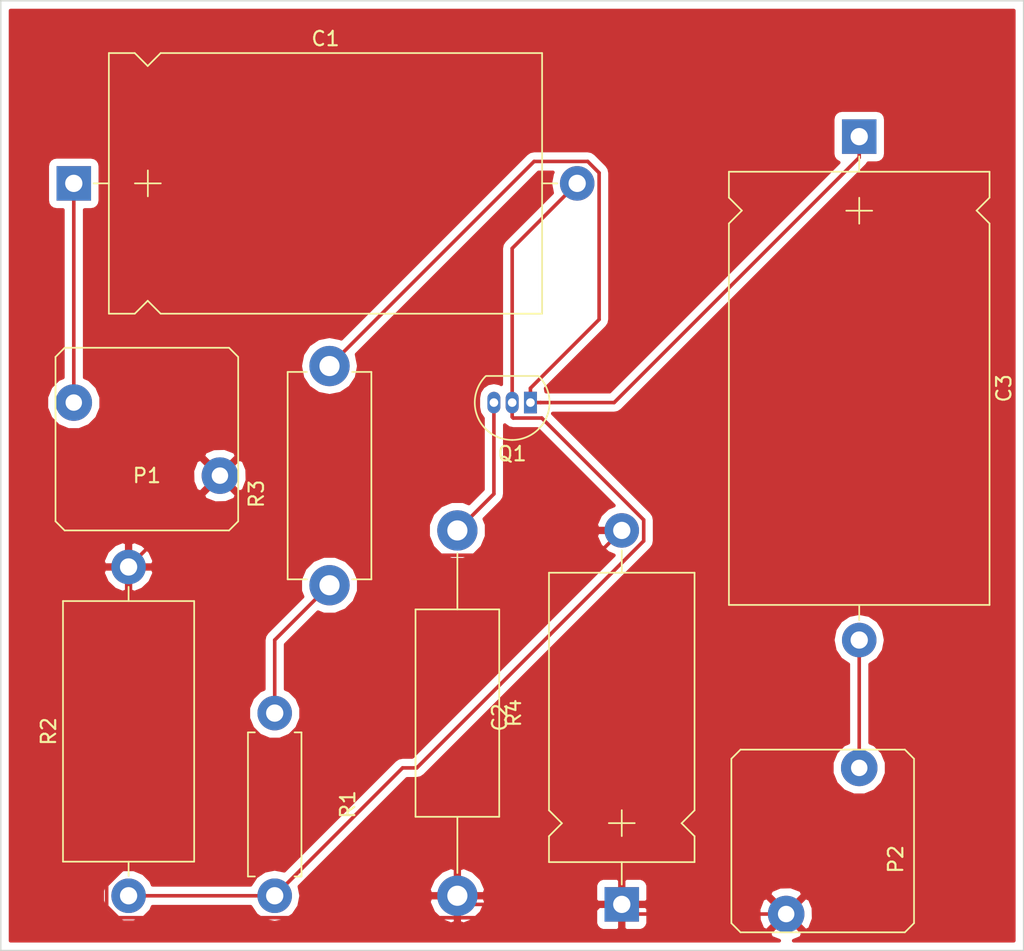
<source format=kicad_pcb>
(kicad_pcb (version 4) (host pcbnew 4.0.5)

  (general
    (links 14)
    (no_connects 0)
    (area 76.149999 69.799999 147.370001 135.940001)
    (thickness 1.6)
    (drawings 4)
    (tracks 46)
    (zones 0)
    (modules 10)
    (nets 8)
  )

  (page A4)
  (title_block
    (title Single_Transistor_AMP)
    (date 2017-05-24)
    (company "Ventspils University")
    (comment 2 "DURAN KUBAŞ")
    (comment 3 PCB)
  )

  (layers
    (0 F.Cu signal)
    (31 B.Cu signal)
    (32 B.Adhes user)
    (33 F.Adhes user)
    (34 B.Paste user)
    (35 F.Paste user)
    (36 B.SilkS user)
    (37 F.SilkS user)
    (38 B.Mask user)
    (39 F.Mask user)
    (40 Dwgs.User user)
    (41 Cmts.User user)
    (42 Eco1.User user)
    (43 Eco2.User user)
    (44 Edge.Cuts user)
    (45 Margin user)
    (46 B.CrtYd user)
    (47 F.CrtYd user)
    (48 B.Fab user)
    (49 F.Fab user)
  )

  (setup
    (last_trace_width 0.25)
    (trace_clearance 0.2)
    (zone_clearance 0.508)
    (zone_45_only no)
    (trace_min 0.2)
    (segment_width 0.2)
    (edge_width 0.1)
    (via_size 0.6)
    (via_drill 0.4)
    (via_min_size 0.4)
    (via_min_drill 0.3)
    (uvia_size 0.3)
    (uvia_drill 0.1)
    (uvias_allowed no)
    (uvia_min_size 0.2)
    (uvia_min_drill 0.1)
    (pcb_text_width 0.3)
    (pcb_text_size 1.5 1.5)
    (mod_edge_width 0.15)
    (mod_text_size 1 1)
    (mod_text_width 0.15)
    (pad_size 1.5 1.5)
    (pad_drill 0.6)
    (pad_to_mask_clearance 0)
    (aux_axis_origin 0 0)
    (visible_elements FFFFEF7F)
    (pcbplotparams
      (layerselection 0x00030_80000001)
      (usegerberextensions false)
      (excludeedgelayer true)
      (linewidth 0.100000)
      (plotframeref false)
      (viasonmask false)
      (mode 1)
      (useauxorigin false)
      (hpglpennumber 1)
      (hpglpenspeed 20)
      (hpglpendiameter 15)
      (hpglpenoverlay 2)
      (psnegative false)
      (psa4output false)
      (plotreference true)
      (plotvalue false)
      (plotinvisibletext false)
      (padsonsilk false)
      (subtractmaskfromsilk false)
      (outputformat 1)
      (mirror false)
      (drillshape 0)
      (scaleselection 1)
      (outputdirectory ""))
  )

  (net 0 "")
  (net 1 "Net-(C1-Pad1)")
  (net 2 "Net-(C1-Pad2)")
  (net 3 GND)
  (net 4 "Net-(C3-Pad1)")
  (net 5 "Net-(C3-Pad2)")
  (net 6 "Net-(Q1-Pad3)")
  (net 7 +12V)

  (net_class Default "This is the default net class."
    (clearance 0.2)
    (trace_width 0.25)
    (via_dia 0.6)
    (via_drill 0.4)
    (uvia_dia 0.3)
    (uvia_drill 0.1)
    (add_net +12V)
    (add_net GND)
    (add_net "Net-(C1-Pad1)")
    (add_net "Net-(C1-Pad2)")
    (add_net "Net-(C3-Pad1)")
    (add_net "Net-(C3-Pad2)")
    (add_net "Net-(Q1-Pad3)")
  )

  (module Buttons_Switches_THT:SW_PUSH (layer F.Cu) (tedit 0) (tstamp 5925DA7C)
    (at 86.36 100.33 180)
    (descr "Bouton poussoir")
    (tags "SWITCH DEV")
    (path /58D6D591)
    (fp_text reference P1 (at 0 -2.54 180) (layer F.SilkS)
      (effects (font (size 1 1) (thickness 0.15)))
    )
    (fp_text value Signal_In (at 0 0 180) (layer F.Fab)
      (effects (font (size 1 1) (thickness 0.15)))
    )
    (fp_line (start 6.35 -5.715) (end 6.35 5.715) (layer F.SilkS) (width 0.12))
    (fp_line (start 6.35 5.715) (end 5.715 6.35) (layer F.SilkS) (width 0.12))
    (fp_line (start 5.715 6.35) (end -5.715 6.35) (layer F.SilkS) (width 0.12))
    (fp_line (start -5.715 6.35) (end -6.35 5.715) (layer F.SilkS) (width 0.12))
    (fp_line (start -6.35 5.715) (end -6.35 -5.715) (layer F.SilkS) (width 0.12))
    (fp_line (start -5.715 -6.35) (end 5.715 -6.35) (layer F.SilkS) (width 0.12))
    (fp_line (start 5.715 -6.35) (end 6.35 -5.715) (layer F.SilkS) (width 0.12))
    (fp_line (start -6.35 -5.715) (end -5.715 -6.35) (layer F.SilkS) (width 0.12))
    (pad 1 thru_hole circle (at -5.08 -2.54 180) (size 2.54 2.54) (drill 1.143) (layers *.Cu *.Mask)
      (net 3 GND))
    (pad 2 thru_hole circle (at 5.08 2.54 180) (size 2.54 2.54) (drill 1.143) (layers *.Cu *.Mask)
      (net 1 "Net-(C1-Pad1)"))
    (model Buttons_Switches_THT.3dshapes/SW_PUSH.wrl
      (at (xyz 0 0 0))
      (scale (xyz 1 1 1))
      (rotate (xyz 0 0 0))
    )
  )

  (module Buttons_Switches_THT:SW_PUSH (layer F.Cu) (tedit 0) (tstamp 5925DA8A)
    (at 133.35 128.27 270)
    (descr "Bouton poussoir")
    (tags "SWITCH DEV")
    (path /58D6D664)
    (fp_text reference P2 (at 1.27 -5.08 270) (layer F.SilkS)
      (effects (font (size 1 1) (thickness 0.15)))
    )
    (fp_text value Signal_Out (at -1.27 0 270) (layer F.Fab)
      (effects (font (size 1 1) (thickness 0.15)))
    )
    (fp_line (start 6.35 -5.715) (end 6.35 5.715) (layer F.SilkS) (width 0.12))
    (fp_line (start 6.35 5.715) (end 5.715 6.35) (layer F.SilkS) (width 0.12))
    (fp_line (start 5.715 6.35) (end -5.715 6.35) (layer F.SilkS) (width 0.12))
    (fp_line (start -5.715 6.35) (end -6.35 5.715) (layer F.SilkS) (width 0.12))
    (fp_line (start -6.35 5.715) (end -6.35 -5.715) (layer F.SilkS) (width 0.12))
    (fp_line (start -5.715 -6.35) (end 5.715 -6.35) (layer F.SilkS) (width 0.12))
    (fp_line (start 5.715 -6.35) (end 6.35 -5.715) (layer F.SilkS) (width 0.12))
    (fp_line (start -6.35 -5.715) (end -5.715 -6.35) (layer F.SilkS) (width 0.12))
    (pad 1 thru_hole circle (at -5.08 -2.54 270) (size 2.54 2.54) (drill 1.143) (layers *.Cu *.Mask)
      (net 5 "Net-(C3-Pad2)"))
    (pad 2 thru_hole circle (at 5.08 2.54 270) (size 2.54 2.54) (drill 1.143) (layers *.Cu *.Mask)
      (net 3 GND))
    (model Buttons_Switches_THT.3dshapes/SW_PUSH.wrl
      (at (xyz 0 0 0))
      (scale (xyz 1 1 1))
      (rotate (xyz 0 0 0))
    )
  )

  (module Capacitors_THT:CP_Axial_L30.0mm_D18.0mm_P35.00mm_Horizontal (layer F.Cu) (tedit 5920C254) (tstamp 5925DA20)
    (at 81.28 82.55)
    (descr "CP, Axial series, Axial, Horizontal, pin pitch=35mm, , length*diameter=30*18mm^2, Electrolytic Capacitor, , http://www.vishay.com/docs/28325/021asm.pdf")
    (tags "CP Axial series Axial Horizontal pin pitch 35mm  length 30mm diameter 18mm Electrolytic Capacitor")
    (path /58D6D2B4)
    (fp_text reference C1 (at 17.5 -10.06) (layer F.SilkS)
      (effects (font (size 1 1) (thickness 0.15)))
    )
    (fp_text value 20uF (at 17.5 10.06) (layer F.Fab)
      (effects (font (size 1 1) (thickness 0.15)))
    )
    (fp_text user %R (at 17.5 0) (layer F.Fab)
      (effects (font (size 1 1) (thickness 0.15)))
    )
    (fp_line (start 2.5 -9) (end 2.5 9) (layer F.Fab) (width 0.1))
    (fp_line (start 32.5 -9) (end 32.5 9) (layer F.Fab) (width 0.1))
    (fp_line (start 2.5 -9) (end 4.24 -9) (layer F.Fab) (width 0.1))
    (fp_line (start 4.24 -9) (end 5.14 -8.1) (layer F.Fab) (width 0.1))
    (fp_line (start 5.14 -8.1) (end 6.04 -9) (layer F.Fab) (width 0.1))
    (fp_line (start 6.04 -9) (end 32.5 -9) (layer F.Fab) (width 0.1))
    (fp_line (start 2.5 9) (end 4.24 9) (layer F.Fab) (width 0.1))
    (fp_line (start 4.24 9) (end 5.14 8.1) (layer F.Fab) (width 0.1))
    (fp_line (start 5.14 8.1) (end 6.04 9) (layer F.Fab) (width 0.1))
    (fp_line (start 6.04 9) (end 32.5 9) (layer F.Fab) (width 0.1))
    (fp_line (start 0 0) (end 2.5 0) (layer F.Fab) (width 0.1))
    (fp_line (start 35 0) (end 32.5 0) (layer F.Fab) (width 0.1))
    (fp_line (start 4.25 0) (end 6.05 0) (layer F.Fab) (width 0.1))
    (fp_line (start 5.15 -0.9) (end 5.15 0.9) (layer F.Fab) (width 0.1))
    (fp_line (start 4.25 0) (end 6.05 0) (layer F.SilkS) (width 0.12))
    (fp_line (start 5.15 -0.9) (end 5.15 0.9) (layer F.SilkS) (width 0.12))
    (fp_line (start 2.44 -9.06) (end 2.44 9.06) (layer F.SilkS) (width 0.12))
    (fp_line (start 32.56 -9.06) (end 32.56 9.06) (layer F.SilkS) (width 0.12))
    (fp_line (start 2.44 -9.06) (end 4.24 -9.06) (layer F.SilkS) (width 0.12))
    (fp_line (start 4.24 -9.06) (end 5.14 -8.16) (layer F.SilkS) (width 0.12))
    (fp_line (start 5.14 -8.16) (end 6.04 -9.06) (layer F.SilkS) (width 0.12))
    (fp_line (start 6.04 -9.06) (end 32.56 -9.06) (layer F.SilkS) (width 0.12))
    (fp_line (start 2.44 9.06) (end 4.24 9.06) (layer F.SilkS) (width 0.12))
    (fp_line (start 4.24 9.06) (end 5.14 8.16) (layer F.SilkS) (width 0.12))
    (fp_line (start 5.14 8.16) (end 6.04 9.06) (layer F.SilkS) (width 0.12))
    (fp_line (start 6.04 9.06) (end 32.56 9.06) (layer F.SilkS) (width 0.12))
    (fp_line (start 1.38 0) (end 2.44 0) (layer F.SilkS) (width 0.12))
    (fp_line (start 33.62 0) (end 32.56 0) (layer F.SilkS) (width 0.12))
    (fp_line (start -1.45 -9.35) (end -1.45 9.35) (layer F.CrtYd) (width 0.05))
    (fp_line (start -1.45 9.35) (end 36.45 9.35) (layer F.CrtYd) (width 0.05))
    (fp_line (start 36.45 9.35) (end 36.45 -9.35) (layer F.CrtYd) (width 0.05))
    (fp_line (start 36.45 -9.35) (end -1.45 -9.35) (layer F.CrtYd) (width 0.05))
    (pad 1 thru_hole rect (at 0 0) (size 2.4 2.4) (drill 1.2) (layers *.Cu *.Mask)
      (net 1 "Net-(C1-Pad1)"))
    (pad 2 thru_hole oval (at 35 0) (size 2.4 2.4) (drill 1.2) (layers *.Cu *.Mask)
      (net 2 "Net-(C1-Pad2)"))
    (model ${KISYS3DMOD}/Capacitors_THT.3dshapes/CP_Axial_L30.0mm_D18.0mm_P35.00mm_Horizontal.wrl
      (at (xyz 0 0 0))
      (scale (xyz 0.393701 0.393701 0.393701))
      (rotate (xyz 0 0 0))
    )
  )

  (module Capacitors_THT:CP_Axial_L20.0mm_D10.0mm_P26.00mm_Horizontal (layer F.Cu) (tedit 5920C254) (tstamp 5925DA47)
    (at 119.38 132.68 90)
    (descr "CP, Axial series, Axial, Horizontal, pin pitch=26mm, , length*diameter=20*10mm^2, Electrolytic Capacitor, , http://www.kemet.com/Lists/ProductCatalog/Attachments/424/KEM_AC102.pdf")
    (tags "CP Axial series Axial Horizontal pin pitch 26mm  length 20mm diameter 10mm Electrolytic Capacitor")
    (path /58D6D4B1)
    (fp_text reference C2 (at 13 -8.4836 90) (layer F.SilkS)
      (effects (font (size 1 1) (thickness 0.15)))
    )
    (fp_text value 50uF (at 13 6.06 90) (layer F.Fab)
      (effects (font (size 1 1) (thickness 0.15)))
    )
    (fp_text user %R (at 13 0 90) (layer F.Fab)
      (effects (font (size 1 1) (thickness 0.15)))
    )
    (fp_line (start 3 -5) (end 3 5) (layer F.Fab) (width 0.1))
    (fp_line (start 23 -5) (end 23 5) (layer F.Fab) (width 0.1))
    (fp_line (start 3 -5) (end 4.74 -5) (layer F.Fab) (width 0.1))
    (fp_line (start 4.74 -5) (end 5.64 -4.1) (layer F.Fab) (width 0.1))
    (fp_line (start 5.64 -4.1) (end 6.54 -5) (layer F.Fab) (width 0.1))
    (fp_line (start 6.54 -5) (end 23 -5) (layer F.Fab) (width 0.1))
    (fp_line (start 3 5) (end 4.74 5) (layer F.Fab) (width 0.1))
    (fp_line (start 4.74 5) (end 5.64 4.1) (layer F.Fab) (width 0.1))
    (fp_line (start 5.64 4.1) (end 6.54 5) (layer F.Fab) (width 0.1))
    (fp_line (start 6.54 5) (end 23 5) (layer F.Fab) (width 0.1))
    (fp_line (start 0 0) (end 3 0) (layer F.Fab) (width 0.1))
    (fp_line (start 26 0) (end 23 0) (layer F.Fab) (width 0.1))
    (fp_line (start 4.75 0) (end 6.55 0) (layer F.Fab) (width 0.1))
    (fp_line (start 5.65 -0.9) (end 5.65 0.9) (layer F.Fab) (width 0.1))
    (fp_line (start 4.75 0) (end 6.55 0) (layer F.SilkS) (width 0.12))
    (fp_line (start 5.65 -0.9) (end 5.65 0.9) (layer F.SilkS) (width 0.12))
    (fp_line (start 2.94 -5.06) (end 2.94 5.06) (layer F.SilkS) (width 0.12))
    (fp_line (start 23.06 -5.06) (end 23.06 5.06) (layer F.SilkS) (width 0.12))
    (fp_line (start 2.94 -5.06) (end 4.74 -5.06) (layer F.SilkS) (width 0.12))
    (fp_line (start 4.74 -5.06) (end 5.64 -4.16) (layer F.SilkS) (width 0.12))
    (fp_line (start 5.64 -4.16) (end 6.54 -5.06) (layer F.SilkS) (width 0.12))
    (fp_line (start 6.54 -5.06) (end 23.06 -5.06) (layer F.SilkS) (width 0.12))
    (fp_line (start 2.94 5.06) (end 4.74 5.06) (layer F.SilkS) (width 0.12))
    (fp_line (start 4.74 5.06) (end 5.64 4.16) (layer F.SilkS) (width 0.12))
    (fp_line (start 5.64 4.16) (end 6.54 5.06) (layer F.SilkS) (width 0.12))
    (fp_line (start 6.54 5.06) (end 23.06 5.06) (layer F.SilkS) (width 0.12))
    (fp_line (start 1.38 0) (end 2.94 0) (layer F.SilkS) (width 0.12))
    (fp_line (start 24.62 0) (end 23.06 0) (layer F.SilkS) (width 0.12))
    (fp_line (start -1.45 -5.35) (end -1.45 5.35) (layer F.CrtYd) (width 0.05))
    (fp_line (start -1.45 5.35) (end 27.45 5.35) (layer F.CrtYd) (width 0.05))
    (fp_line (start 27.45 5.35) (end 27.45 -5.35) (layer F.CrtYd) (width 0.05))
    (fp_line (start 27.45 -5.35) (end -1.45 -5.35) (layer F.CrtYd) (width 0.05))
    (pad 1 thru_hole rect (at 0 0 90) (size 2.4 2.4) (drill 1.2) (layers *.Cu *.Mask)
      (net 3 GND))
    (pad 2 thru_hole oval (at 26 0 90) (size 2.4 2.4) (drill 1.2) (layers *.Cu *.Mask)
      (net 3 GND))
    (model ${KISYS3DMOD}/Capacitors_THT.3dshapes/CP_Axial_L20.0mm_D10.0mm_P26.00mm_Horizontal.wrl
      (at (xyz 0 0 0))
      (scale (xyz 0.393701 0.393701 0.393701))
      (rotate (xyz 0 0 0))
    )
  )

  (module Capacitors_THT:CP_Axial_L30.0mm_D18.0mm_P35.00mm_Horizontal (layer F.Cu) (tedit 5920C254) (tstamp 5925DA6E)
    (at 135.89 79.3 270)
    (descr "CP, Axial series, Axial, Horizontal, pin pitch=35mm, , length*diameter=30*18mm^2, Electrolytic Capacitor, , http://www.vishay.com/docs/28325/021asm.pdf")
    (tags "CP Axial series Axial Horizontal pin pitch 35mm  length 30mm diameter 18mm Electrolytic Capacitor")
    (path /58D6D530)
    (fp_text reference C3 (at 17.5 -10.06 270) (layer F.SilkS)
      (effects (font (size 1 1) (thickness 0.15)))
    )
    (fp_text value 20uF (at 17.5 10.06 270) (layer F.Fab)
      (effects (font (size 1 1) (thickness 0.15)))
    )
    (fp_text user %R (at 17.5 0 270) (layer F.Fab)
      (effects (font (size 1 1) (thickness 0.15)))
    )
    (fp_line (start 2.5 -9) (end 2.5 9) (layer F.Fab) (width 0.1))
    (fp_line (start 32.5 -9) (end 32.5 9) (layer F.Fab) (width 0.1))
    (fp_line (start 2.5 -9) (end 4.24 -9) (layer F.Fab) (width 0.1))
    (fp_line (start 4.24 -9) (end 5.14 -8.1) (layer F.Fab) (width 0.1))
    (fp_line (start 5.14 -8.1) (end 6.04 -9) (layer F.Fab) (width 0.1))
    (fp_line (start 6.04 -9) (end 32.5 -9) (layer F.Fab) (width 0.1))
    (fp_line (start 2.5 9) (end 4.24 9) (layer F.Fab) (width 0.1))
    (fp_line (start 4.24 9) (end 5.14 8.1) (layer F.Fab) (width 0.1))
    (fp_line (start 5.14 8.1) (end 6.04 9) (layer F.Fab) (width 0.1))
    (fp_line (start 6.04 9) (end 32.5 9) (layer F.Fab) (width 0.1))
    (fp_line (start 0 0) (end 2.5 0) (layer F.Fab) (width 0.1))
    (fp_line (start 35 0) (end 32.5 0) (layer F.Fab) (width 0.1))
    (fp_line (start 4.25 0) (end 6.05 0) (layer F.Fab) (width 0.1))
    (fp_line (start 5.15 -0.9) (end 5.15 0.9) (layer F.Fab) (width 0.1))
    (fp_line (start 4.25 0) (end 6.05 0) (layer F.SilkS) (width 0.12))
    (fp_line (start 5.15 -0.9) (end 5.15 0.9) (layer F.SilkS) (width 0.12))
    (fp_line (start 2.44 -9.06) (end 2.44 9.06) (layer F.SilkS) (width 0.12))
    (fp_line (start 32.56 -9.06) (end 32.56 9.06) (layer F.SilkS) (width 0.12))
    (fp_line (start 2.44 -9.06) (end 4.24 -9.06) (layer F.SilkS) (width 0.12))
    (fp_line (start 4.24 -9.06) (end 5.14 -8.16) (layer F.SilkS) (width 0.12))
    (fp_line (start 5.14 -8.16) (end 6.04 -9.06) (layer F.SilkS) (width 0.12))
    (fp_line (start 6.04 -9.06) (end 32.56 -9.06) (layer F.SilkS) (width 0.12))
    (fp_line (start 2.44 9.06) (end 4.24 9.06) (layer F.SilkS) (width 0.12))
    (fp_line (start 4.24 9.06) (end 5.14 8.16) (layer F.SilkS) (width 0.12))
    (fp_line (start 5.14 8.16) (end 6.04 9.06) (layer F.SilkS) (width 0.12))
    (fp_line (start 6.04 9.06) (end 32.56 9.06) (layer F.SilkS) (width 0.12))
    (fp_line (start 1.38 0) (end 2.44 0) (layer F.SilkS) (width 0.12))
    (fp_line (start 33.62 0) (end 32.56 0) (layer F.SilkS) (width 0.12))
    (fp_line (start -1.45 -9.35) (end -1.45 9.35) (layer F.CrtYd) (width 0.05))
    (fp_line (start -1.45 9.35) (end 36.45 9.35) (layer F.CrtYd) (width 0.05))
    (fp_line (start 36.45 9.35) (end 36.45 -9.35) (layer F.CrtYd) (width 0.05))
    (fp_line (start 36.45 -9.35) (end -1.45 -9.35) (layer F.CrtYd) (width 0.05))
    (pad 1 thru_hole rect (at 0 0 270) (size 2.4 2.4) (drill 1.2) (layers *.Cu *.Mask)
      (net 4 "Net-(C3-Pad1)"))
    (pad 2 thru_hole oval (at 35 0 270) (size 2.4 2.4) (drill 1.2) (layers *.Cu *.Mask)
      (net 5 "Net-(C3-Pad2)"))
    (model ${KISYS3DMOD}/Capacitors_THT.3dshapes/CP_Axial_L30.0mm_D18.0mm_P35.00mm_Horizontal.wrl
      (at (xyz 0 0 0))
      (scale (xyz 0.393701 0.393701 0.393701))
      (rotate (xyz 0 0 0))
    )
  )

  (module TO_SOT_Packages_THT:TO-92_Inline_Narrow_Oval (layer F.Cu) (tedit 58CE52AF) (tstamp 5925DA9C)
    (at 113.03 97.79 180)
    (descr "TO-92 leads in-line, narrow, oval pads, drill 0.6mm (see NXP sot054_po.pdf)")
    (tags "to-92 sc-43 sc-43a sot54 PA33 transistor")
    (path /58D6CE9C)
    (fp_text reference Q1 (at 1.27 -3.56 180) (layer F.SilkS)
      (effects (font (size 1 1) (thickness 0.15)))
    )
    (fp_text value BC548 (at 1.27 2.79 180) (layer F.Fab)
      (effects (font (size 1 1) (thickness 0.15)))
    )
    (fp_text user %R (at 1.27 -3.56 180) (layer F.Fab)
      (effects (font (size 1 1) (thickness 0.15)))
    )
    (fp_line (start -0.53 1.85) (end 3.07 1.85) (layer F.SilkS) (width 0.12))
    (fp_line (start -0.5 1.75) (end 3 1.75) (layer F.Fab) (width 0.1))
    (fp_line (start -1.46 -2.73) (end 4 -2.73) (layer F.CrtYd) (width 0.05))
    (fp_line (start -1.46 -2.73) (end -1.46 2.01) (layer F.CrtYd) (width 0.05))
    (fp_line (start 4 2.01) (end 4 -2.73) (layer F.CrtYd) (width 0.05))
    (fp_line (start 4 2.01) (end -1.46 2.01) (layer F.CrtYd) (width 0.05))
    (fp_arc (start 1.27 0) (end 1.27 -2.48) (angle 135) (layer F.Fab) (width 0.1))
    (fp_arc (start 1.27 0) (end 1.27 -2.6) (angle -135) (layer F.SilkS) (width 0.12))
    (fp_arc (start 1.27 0) (end 1.27 -2.48) (angle -135) (layer F.Fab) (width 0.1))
    (fp_arc (start 1.27 0) (end 1.27 -2.6) (angle 135) (layer F.SilkS) (width 0.12))
    (pad 2 thru_hole oval (at 1.27 0) (size 0.9 1.5) (drill 0.6) (layers *.Cu *.Mask)
      (net 2 "Net-(C1-Pad2)"))
    (pad 3 thru_hole oval (at 2.54 0) (size 0.9 1.5) (drill 0.6) (layers *.Cu *.Mask)
      (net 6 "Net-(Q1-Pad3)"))
    (pad 1 thru_hole rect (at 0 0) (size 0.9 1.5) (drill 0.6) (layers *.Cu *.Mask)
      (net 4 "Net-(C3-Pad1)"))
    (model ${KISYS3DMOD}/TO_SOT_Packages_THT.3dshapes/TO-92_Inline_Narrow_Oval.wrl
      (at (xyz 0.05 0 0))
      (scale (xyz 1 1 1))
      (rotate (xyz 0 0 -90))
    )
  )

  (module Resistors_THT:R_Axial_DIN0411_L9.9mm_D3.6mm_P12.70mm_Horizontal (layer F.Cu) (tedit 5874F706) (tstamp 5925DAB2)
    (at 95.25 119.38 270)
    (descr "Resistor, Axial_DIN0411 series, Axial, Horizontal, pin pitch=12.7mm, 1W = 1/1W, length*diameter=9.9*3.6mm^2")
    (tags "Resistor Axial_DIN0411 series Axial Horizontal pin pitch 12.7mm 1W = 1/1W length 9.9mm diameter 3.6mm")
    (path /58D6D0F9)
    (fp_text reference R1 (at 6.35 -5.08 270) (layer F.SilkS)
      (effects (font (size 1 1) (thickness 0.15)))
    )
    (fp_text value 22k (at 0 0 270) (layer F.Fab)
      (effects (font (size 1 1) (thickness 0.15)))
    )
    (fp_line (start 1.4 -1.8) (end 1.4 1.8) (layer F.Fab) (width 0.1))
    (fp_line (start 1.4 1.8) (end 11.3 1.8) (layer F.Fab) (width 0.1))
    (fp_line (start 11.3 1.8) (end 11.3 -1.8) (layer F.Fab) (width 0.1))
    (fp_line (start 11.3 -1.8) (end 1.4 -1.8) (layer F.Fab) (width 0.1))
    (fp_line (start 0 0) (end 1.4 0) (layer F.Fab) (width 0.1))
    (fp_line (start 12.7 0) (end 11.3 0) (layer F.Fab) (width 0.1))
    (fp_line (start 1.34 -1.38) (end 1.34 -1.86) (layer F.SilkS) (width 0.12))
    (fp_line (start 1.34 -1.86) (end 11.36 -1.86) (layer F.SilkS) (width 0.12))
    (fp_line (start 11.36 -1.86) (end 11.36 -1.38) (layer F.SilkS) (width 0.12))
    (fp_line (start 1.34 1.38) (end 1.34 1.86) (layer F.SilkS) (width 0.12))
    (fp_line (start 1.34 1.86) (end 11.36 1.86) (layer F.SilkS) (width 0.12))
    (fp_line (start 11.36 1.86) (end 11.36 1.38) (layer F.SilkS) (width 0.12))
    (fp_line (start -1.45 -2.15) (end -1.45 2.15) (layer F.CrtYd) (width 0.05))
    (fp_line (start -1.45 2.15) (end 14.15 2.15) (layer F.CrtYd) (width 0.05))
    (fp_line (start 14.15 2.15) (end 14.15 -2.15) (layer F.CrtYd) (width 0.05))
    (fp_line (start 14.15 -2.15) (end -1.45 -2.15) (layer F.CrtYd) (width 0.05))
    (pad 1 thru_hole circle (at 0 0 270) (size 2.4 2.4) (drill 1.2) (layers *.Cu *.Mask)
      (net 7 +12V))
    (pad 2 thru_hole oval (at 12.7 0 270) (size 2.4 2.4) (drill 1.2) (layers *.Cu *.Mask)
      (net 2 "Net-(C1-Pad2)"))
    (model Resistors_THT.3dshapes/R_Axial_DIN0411_L9.9mm_D3.6mm_P12.70mm_Horizontal.wrl
      (at (xyz 0 0 0))
      (scale (xyz 0.393701 0.393701 0.393701))
      (rotate (xyz 0 0 0))
    )
  )

  (module Resistors_THT:R_Axial_DIN0918_L18.0mm_D9.0mm_P22.86mm_Horizontal (layer F.Cu) (tedit 5874F706) (tstamp 5925DAC8)
    (at 85.09 132.08 90)
    (descr "Resistor, Axial_DIN0918 series, Axial, Horizontal, pin pitch=22.86mm, 4W, length*diameter=18*9mm^2")
    (tags "Resistor Axial_DIN0918 series Axial Horizontal pin pitch 22.86mm 4W length 18mm diameter 9mm")
    (path /58D6D229)
    (fp_text reference R2 (at 11.43 -5.56 90) (layer F.SilkS)
      (effects (font (size 1 1) (thickness 0.15)))
    )
    (fp_text value 6.8k (at 11.43 5.56 90) (layer F.Fab)
      (effects (font (size 1 1) (thickness 0.15)))
    )
    (fp_line (start 2.43 -4.5) (end 2.43 4.5) (layer F.Fab) (width 0.1))
    (fp_line (start 2.43 4.5) (end 20.43 4.5) (layer F.Fab) (width 0.1))
    (fp_line (start 20.43 4.5) (end 20.43 -4.5) (layer F.Fab) (width 0.1))
    (fp_line (start 20.43 -4.5) (end 2.43 -4.5) (layer F.Fab) (width 0.1))
    (fp_line (start 0 0) (end 2.43 0) (layer F.Fab) (width 0.1))
    (fp_line (start 22.86 0) (end 20.43 0) (layer F.Fab) (width 0.1))
    (fp_line (start 2.37 -4.56) (end 2.37 4.56) (layer F.SilkS) (width 0.12))
    (fp_line (start 2.37 4.56) (end 20.49 4.56) (layer F.SilkS) (width 0.12))
    (fp_line (start 20.49 4.56) (end 20.49 -4.56) (layer F.SilkS) (width 0.12))
    (fp_line (start 20.49 -4.56) (end 2.37 -4.56) (layer F.SilkS) (width 0.12))
    (fp_line (start 1.38 0) (end 2.37 0) (layer F.SilkS) (width 0.12))
    (fp_line (start 21.48 0) (end 20.49 0) (layer F.SilkS) (width 0.12))
    (fp_line (start -1.45 -4.85) (end -1.45 4.85) (layer F.CrtYd) (width 0.05))
    (fp_line (start -1.45 4.85) (end 24.35 4.85) (layer F.CrtYd) (width 0.05))
    (fp_line (start 24.35 4.85) (end 24.35 -4.85) (layer F.CrtYd) (width 0.05))
    (fp_line (start 24.35 -4.85) (end -1.45 -4.85) (layer F.CrtYd) (width 0.05))
    (pad 1 thru_hole circle (at 0 0 90) (size 2.4 2.4) (drill 1.2) (layers *.Cu *.Mask)
      (net 2 "Net-(C1-Pad2)"))
    (pad 2 thru_hole oval (at 22.86 0 90) (size 2.4 2.4) (drill 1.2) (layers *.Cu *.Mask)
      (net 3 GND))
    (model Resistors_THT.3dshapes/R_Axial_DIN0918_L18.0mm_D9.0mm_P22.86mm_Horizontal.wrl
      (at (xyz 0 0 0))
      (scale (xyz 0.393701 0.393701 0.393701))
      (rotate (xyz 0 0 0))
    )
  )

  (module Resistors_THT:R_Axial_DIN0614_L14.3mm_D5.7mm_P15.24mm_Horizontal (layer F.Cu) (tedit 5874F706) (tstamp 5925DADE)
    (at 99.06 110.49 90)
    (descr "Resistor, Axial_DIN0614 series, Axial, Horizontal, pin pitch=15.24mm, 1.5W, length*diameter=14.3*5.7mm^2")
    (tags "Resistor Axial_DIN0614 series Axial Horizontal pin pitch 15.24mm 1.5W length 14.3mm diameter 5.7mm")
    (path /58D6D05A)
    (fp_text reference R3 (at 6.35 -5.08 90) (layer F.SilkS)
      (effects (font (size 1 1) (thickness 0.15)))
    )
    (fp_text value 4.7k (at 7.62 3.91 90) (layer F.Fab)
      (effects (font (size 1 1) (thickness 0.15)))
    )
    (fp_line (start 0.47 -2.85) (end 0.47 2.85) (layer F.Fab) (width 0.1))
    (fp_line (start 0.47 2.85) (end 14.77 2.85) (layer F.Fab) (width 0.1))
    (fp_line (start 14.77 2.85) (end 14.77 -2.85) (layer F.Fab) (width 0.1))
    (fp_line (start 14.77 -2.85) (end 0.47 -2.85) (layer F.Fab) (width 0.1))
    (fp_line (start 0 0) (end 0.47 0) (layer F.Fab) (width 0.1))
    (fp_line (start 15.24 0) (end 14.77 0) (layer F.Fab) (width 0.1))
    (fp_line (start 0.41 -1.58) (end 0.41 -2.91) (layer F.SilkS) (width 0.12))
    (fp_line (start 0.41 -2.91) (end 14.83 -2.91) (layer F.SilkS) (width 0.12))
    (fp_line (start 14.83 -2.91) (end 14.83 -1.58) (layer F.SilkS) (width 0.12))
    (fp_line (start 0.41 1.58) (end 0.41 2.91) (layer F.SilkS) (width 0.12))
    (fp_line (start 0.41 2.91) (end 14.83 2.91) (layer F.SilkS) (width 0.12))
    (fp_line (start 14.83 2.91) (end 14.83 1.58) (layer F.SilkS) (width 0.12))
    (fp_line (start -1.65 -3.2) (end -1.65 3.2) (layer F.CrtYd) (width 0.05))
    (fp_line (start -1.65 3.2) (end 16.9 3.2) (layer F.CrtYd) (width 0.05))
    (fp_line (start 16.9 3.2) (end 16.9 -3.2) (layer F.CrtYd) (width 0.05))
    (fp_line (start 16.9 -3.2) (end -1.65 -3.2) (layer F.CrtYd) (width 0.05))
    (pad 1 thru_hole circle (at 0 0 90) (size 2.8 2.8) (drill 1.4) (layers *.Cu *.Mask)
      (net 7 +12V))
    (pad 2 thru_hole oval (at 15.24 0 90) (size 2.8 2.8) (drill 1.4) (layers *.Cu *.Mask)
      (net 4 "Net-(C3-Pad1)"))
    (model Resistors_THT.3dshapes/R_Axial_DIN0614_L14.3mm_D5.7mm_P15.24mm_Horizontal.wrl
      (at (xyz 0 0 0))
      (scale (xyz 0.393701 0.393701 0.393701))
      (rotate (xyz 0 0 0))
    )
  )

  (module Resistors_THT:R_Axial_DIN0614_L14.3mm_D5.7mm_P25.40mm_Horizontal (layer F.Cu) (tedit 5874F706) (tstamp 5925DAF4)
    (at 107.95 106.68 270)
    (descr "Resistor, Axial_DIN0614 series, Axial, Horizontal, pin pitch=25.4mm, 1.5W, length*diameter=14.3*5.7mm^2")
    (tags "Resistor Axial_DIN0614 series Axial Horizontal pin pitch 25.4mm 1.5W length 14.3mm diameter 5.7mm")
    (path /58D6D14C)
    (fp_text reference R4 (at 12.7 -3.91 270) (layer F.SilkS)
      (effects (font (size 1 1) (thickness 0.15)))
    )
    (fp_text value 1.8k (at 12.7 3.91 270) (layer F.Fab)
      (effects (font (size 1 1) (thickness 0.15)))
    )
    (fp_line (start 5.55 -2.85) (end 5.55 2.85) (layer F.Fab) (width 0.1))
    (fp_line (start 5.55 2.85) (end 19.85 2.85) (layer F.Fab) (width 0.1))
    (fp_line (start 19.85 2.85) (end 19.85 -2.85) (layer F.Fab) (width 0.1))
    (fp_line (start 19.85 -2.85) (end 5.55 -2.85) (layer F.Fab) (width 0.1))
    (fp_line (start 0 0) (end 5.55 0) (layer F.Fab) (width 0.1))
    (fp_line (start 25.4 0) (end 19.85 0) (layer F.Fab) (width 0.1))
    (fp_line (start 5.49 -2.91) (end 5.49 2.91) (layer F.SilkS) (width 0.12))
    (fp_line (start 5.49 2.91) (end 19.91 2.91) (layer F.SilkS) (width 0.12))
    (fp_line (start 19.91 2.91) (end 19.91 -2.91) (layer F.SilkS) (width 0.12))
    (fp_line (start 19.91 -2.91) (end 5.49 -2.91) (layer F.SilkS) (width 0.12))
    (fp_line (start 1.58 0) (end 5.49 0) (layer F.SilkS) (width 0.12))
    (fp_line (start 23.82 0) (end 19.91 0) (layer F.SilkS) (width 0.12))
    (fp_line (start -1.65 -3.2) (end -1.65 3.2) (layer F.CrtYd) (width 0.05))
    (fp_line (start -1.65 3.2) (end 27.05 3.2) (layer F.CrtYd) (width 0.05))
    (fp_line (start 27.05 3.2) (end 27.05 -3.2) (layer F.CrtYd) (width 0.05))
    (fp_line (start 27.05 -3.2) (end -1.65 -3.2) (layer F.CrtYd) (width 0.05))
    (pad 1 thru_hole circle (at 0 0 270) (size 2.8 2.8) (drill 1.4) (layers *.Cu *.Mask)
      (net 6 "Net-(Q1-Pad3)"))
    (pad 2 thru_hole oval (at 25.4 0 270) (size 2.8 2.8) (drill 1.4) (layers *.Cu *.Mask)
      (net 3 GND))
    (model Resistors_THT.3dshapes/R_Axial_DIN0614_L14.3mm_D5.7mm_P25.40mm_Horizontal.wrl
      (at (xyz 0 0 0))
      (scale (xyz 0.393701 0.393701 0.393701))
      (rotate (xyz 0 0 0))
    )
  )

  (gr_line (start 147.32 69.85) (end 76.2 69.85) (layer Edge.Cuts) (width 0.1))
  (gr_line (start 147.32 135.89) (end 147.32 69.85) (layer Edge.Cuts) (width 0.1))
  (gr_line (start 76.2 135.89) (end 147.32 135.89) (layer Edge.Cuts) (width 0.1))
  (gr_line (start 76.2 69.85) (end 76.2 135.89) (layer Edge.Cuts) (width 0.1))

  (segment (start 81.28 82.55) (end 81.28 84) (width 0.25) (layer F.Cu) (net 1))
  (segment (start 81.28 84) (end 81.28 97.79) (width 0.25) (layer F.Cu) (net 1))
  (segment (start 95.25 132.08) (end 104.14 123.19) (width 0.25) (layer F.Cu) (net 2))
  (segment (start 104.14 123.19) (end 105.127002 123.19) (width 0.25) (layer F.Cu) (net 2))
  (segment (start 105.127002 123.19) (end 120.905001 107.412001) (width 0.25) (layer F.Cu) (net 2))
  (segment (start 120.905001 107.412001) (end 120.905001 105.947999) (width 0.25) (layer F.Cu) (net 2))
  (segment (start 111.76 98.79) (end 111.76 97.79) (width 0.25) (layer F.Cu) (net 2))
  (segment (start 120.905001 105.947999) (end 113.822003 98.865001) (width 0.25) (layer F.Cu) (net 2))
  (segment (start 113.822003 98.865001) (end 111.835001 98.865001) (width 0.25) (layer F.Cu) (net 2))
  (segment (start 111.835001 98.865001) (end 111.76 98.79) (width 0.25) (layer F.Cu) (net 2))
  (segment (start 85.09 132.08) (end 95.25 132.08) (width 0.25) (layer F.Cu) (net 2))
  (segment (start 116.28 82.55) (end 111.76 87.07) (width 0.25) (layer F.Cu) (net 2))
  (segment (start 111.76 87.07) (end 111.76 97.79) (width 0.25) (layer F.Cu) (net 2))
  (segment (start 119.38 132.68) (end 117.93 132.68) (width 0.25) (layer F.Cu) (net 3))
  (segment (start 117.93 132.68) (end 117.004999 133.605001) (width 0.25) (layer F.Cu) (net 3))
  (segment (start 117.004999 133.605001) (end 84.357999 133.605001) (width 0.25) (layer F.Cu) (net 3))
  (segment (start 84.357999 133.605001) (end 83.564999 132.812001) (width 0.25) (layer F.Cu) (net 3))
  (segment (start 83.564999 132.812001) (end 83.564999 131.347999) (width 0.25) (layer F.Cu) (net 3))
  (segment (start 83.564999 131.347999) (end 92.173008 122.73999) (width 0.25) (layer F.Cu) (net 3))
  (segment (start 92.173008 122.73999) (end 103.32001 122.73999) (width 0.25) (layer F.Cu) (net 3))
  (segment (start 103.32001 122.73999) (end 117.654999 108.405001) (width 0.25) (layer F.Cu) (net 3))
  (segment (start 91.44 102.87) (end 96.975001 108.405001) (width 0.25) (layer F.Cu) (net 3))
  (segment (start 96.975001 108.405001) (end 117.654999 108.405001) (width 0.25) (layer F.Cu) (net 3))
  (segment (start 117.654999 108.405001) (end 118.180001 107.879999) (width 0.25) (layer F.Cu) (net 3))
  (segment (start 118.180001 107.879999) (end 119.38 106.68) (width 0.25) (layer F.Cu) (net 3))
  (segment (start 85.09 109.22) (end 91.44 102.87) (width 0.25) (layer F.Cu) (net 3))
  (segment (start 119.38 132.68) (end 108.55 132.68) (width 0.25) (layer F.Cu) (net 3))
  (segment (start 108.55 132.68) (end 107.95 132.08) (width 0.25) (layer F.Cu) (net 3))
  (segment (start 130.81 133.35) (end 120.05 133.35) (width 0.25) (layer F.Cu) (net 3))
  (segment (start 120.05 133.35) (end 119.38 132.68) (width 0.25) (layer F.Cu) (net 3))
  (segment (start 99.06 95.25) (end 113.285001 81.024999) (width 0.25) (layer F.Cu) (net 4))
  (segment (start 113.285001 81.024999) (end 117.012001 81.024999) (width 0.25) (layer F.Cu) (net 4))
  (segment (start 117.012001 81.024999) (end 117.805001 81.817999) (width 0.25) (layer F.Cu) (net 4))
  (segment (start 117.805001 81.817999) (end 117.805001 92.014999) (width 0.25) (layer F.Cu) (net 4))
  (segment (start 117.805001 92.014999) (end 113.03 96.79) (width 0.25) (layer F.Cu) (net 4))
  (segment (start 113.03 96.79) (end 113.03 97.79) (width 0.25) (layer F.Cu) (net 4))
  (segment (start 135.89 79.3) (end 135.89 80.75) (width 0.25) (layer F.Cu) (net 4))
  (segment (start 135.89 80.75) (end 118.85 97.79) (width 0.25) (layer F.Cu) (net 4))
  (segment (start 118.85 97.79) (end 113.73 97.79) (width 0.25) (layer F.Cu) (net 4))
  (segment (start 113.73 97.79) (end 113.03 97.79) (width 0.25) (layer F.Cu) (net 4))
  (segment (start 113.21 97.79) (end 113.03 97.79) (width 0.25) (layer F.Cu) (net 4))
  (segment (start 135.89 114.3) (end 135.89 123.19) (width 0.25) (layer F.Cu) (net 5))
  (segment (start 110.49 97.79) (end 110.49 104.14) (width 0.25) (layer F.Cu) (net 6))
  (segment (start 110.49 104.14) (end 107.95 106.68) (width 0.25) (layer F.Cu) (net 6))
  (segment (start 95.25 119.38) (end 95.25 114.3) (width 0.25) (layer F.Cu) (net 7))
  (segment (start 95.25 114.3) (end 99.06 110.49) (width 0.25) (layer F.Cu) (net 7))

  (zone (net 3) (net_name GND) (layer F.Cu) (tstamp 0) (hatch edge 0.508)
    (connect_pads (clearance 0.508))
    (min_thickness 0.254)
    (fill yes (arc_segments 16) (thermal_gap 0.508) (thermal_bridge_width 0.508))
    (polygon
      (pts
        (xy 147.32 69.85) (xy 147.32 135.89) (xy 76.2 135.89) (xy 76.2 69.85)
      )
    )
    (filled_polygon
      (pts
        (xy 146.635 135.205) (xy 131.333839 135.205) (xy 131.84648 134.992657) (xy 131.978172 134.697777) (xy 130.81 133.529605)
        (xy 129.641828 134.697777) (xy 129.77352 134.992657) (xy 130.326664 135.205) (xy 76.885 135.205) (xy 76.885 132.443403)
        (xy 83.254682 132.443403) (xy 83.533455 133.118086) (xy 84.049199 133.63473) (xy 84.723395 133.914681) (xy 85.453403 133.915318)
        (xy 86.128086 133.636545) (xy 86.64473 133.120801) (xy 86.761329 132.84) (xy 93.569265 132.84) (xy 93.952459 133.413491)
        (xy 94.547776 133.811269) (xy 95.25 133.95095) (xy 95.952224 133.811269) (xy 96.547541 133.413491) (xy 96.945319 132.818174)
        (xy 97.004 132.523161) (xy 105.963833 132.523161) (xy 106.284611 133.249501) (xy 106.85893 133.797795) (xy 107.50684 134.06616)
        (xy 107.823 133.951947) (xy 107.823 132.207) (xy 108.077 132.207) (xy 108.077 133.951947) (xy 108.39316 134.06616)
        (xy 109.04107 133.797795) (xy 109.615389 133.249501) (xy 109.740703 132.96575) (xy 117.545 132.96575) (xy 117.545 134.006309)
        (xy 117.641673 134.239698) (xy 117.820301 134.418327) (xy 118.05369 134.515) (xy 119.09425 134.515) (xy 119.253 134.35625)
        (xy 119.253 132.807) (xy 119.507 132.807) (xy 119.507 134.35625) (xy 119.66575 134.515) (xy 120.70631 134.515)
        (xy 120.939699 134.418327) (xy 121.118327 134.239698) (xy 121.215 134.006309) (xy 121.215 133.021036) (xy 128.895739 133.021036)
        (xy 128.915564 133.778632) (xy 129.167343 134.38648) (xy 129.462223 134.518172) (xy 130.630395 133.35) (xy 130.989605 133.35)
        (xy 132.157777 134.518172) (xy 132.452657 134.38648) (xy 132.724261 133.678964) (xy 132.704436 132.921368) (xy 132.452657 132.31352)
        (xy 132.157777 132.181828) (xy 130.989605 133.35) (xy 130.630395 133.35) (xy 129.462223 132.181828) (xy 129.167343 132.31352)
        (xy 128.895739 133.021036) (xy 121.215 133.021036) (xy 121.215 132.96575) (xy 121.05625 132.807) (xy 119.507 132.807)
        (xy 119.253 132.807) (xy 117.70375 132.807) (xy 117.545 132.96575) (xy 109.740703 132.96575) (xy 109.936167 132.523161)
        (xy 109.82229 132.207) (xy 108.077 132.207) (xy 107.823 132.207) (xy 106.07771 132.207) (xy 105.963833 132.523161)
        (xy 97.004 132.523161) (xy 97.085 132.11595) (xy 97.085 132.04405) (xy 97.004002 131.636839) (xy 105.963833 131.636839)
        (xy 106.07771 131.953) (xy 107.823 131.953) (xy 107.823 130.208053) (xy 108.077 130.208053) (xy 108.077 131.953)
        (xy 109.82229 131.953) (xy 109.936167 131.636839) (xy 109.811119 131.353691) (xy 117.545 131.353691) (xy 117.545 132.39425)
        (xy 117.70375 132.553) (xy 119.253 132.553) (xy 119.253 131.00375) (xy 119.507 131.00375) (xy 119.507 132.553)
        (xy 121.05625 132.553) (xy 121.215 132.39425) (xy 121.215 132.002223) (xy 129.641828 132.002223) (xy 130.81 133.170395)
        (xy 131.978172 132.002223) (xy 131.84648 131.707343) (xy 131.138964 131.435739) (xy 130.381368 131.455564) (xy 129.77352 131.707343)
        (xy 129.641828 132.002223) (xy 121.215 132.002223) (xy 121.215 131.353691) (xy 121.118327 131.120302) (xy 120.939699 130.941673)
        (xy 120.70631 130.845) (xy 119.66575 130.845) (xy 119.507 131.00375) (xy 119.253 131.00375) (xy 119.09425 130.845)
        (xy 118.05369 130.845) (xy 117.820301 130.941673) (xy 117.641673 131.120302) (xy 117.545 131.353691) (xy 109.811119 131.353691)
        (xy 109.615389 130.910499) (xy 109.04107 130.362205) (xy 108.39316 130.09384) (xy 108.077 130.208053) (xy 107.823 130.208053)
        (xy 107.50684 130.09384) (xy 106.85893 130.362205) (xy 106.284611 130.910499) (xy 105.963833 131.636839) (xy 97.004002 131.636839)
        (xy 96.96484 131.439962) (xy 104.454802 123.95) (xy 105.127002 123.95) (xy 105.417841 123.892148) (xy 105.664403 123.727401)
        (xy 105.824539 123.567265) (xy 133.98467 123.567265) (xy 134.274078 124.267686) (xy 134.809495 124.804039) (xy 135.50941 125.094668)
        (xy 136.267265 125.09533) (xy 136.967686 124.805922) (xy 137.504039 124.270505) (xy 137.794668 123.57059) (xy 137.79533 122.812735)
        (xy 137.505922 122.112314) (xy 136.970505 121.575961) (xy 136.65 121.442876) (xy 136.65 115.992664) (xy 137.187541 115.633491)
        (xy 137.585319 115.038174) (xy 137.725 114.33595) (xy 137.725 114.26405) (xy 137.585319 113.561826) (xy 137.187541 112.966509)
        (xy 136.592224 112.568731) (xy 135.89 112.42905) (xy 135.187776 112.568731) (xy 134.592459 112.966509) (xy 134.194681 113.561826)
        (xy 134.055 114.26405) (xy 134.055 114.33595) (xy 134.194681 115.038174) (xy 134.592459 115.633491) (xy 135.13 115.992664)
        (xy 135.13 121.442813) (xy 134.812314 121.574078) (xy 134.275961 122.109495) (xy 133.985332 122.80941) (xy 133.98467 123.567265)
        (xy 105.824539 123.567265) (xy 121.442402 107.949402) (xy 121.607149 107.702841) (xy 121.665001 107.412001) (xy 121.665001 105.947999)
        (xy 121.607149 105.65716) (xy 121.442402 105.410598) (xy 114.581804 98.55) (xy 118.85 98.55) (xy 119.140839 98.492148)
        (xy 119.387401 98.327401) (xy 136.427401 81.287401) (xy 136.52092 81.14744) (xy 137.09 81.14744) (xy 137.325317 81.103162)
        (xy 137.541441 80.96409) (xy 137.686431 80.75189) (xy 137.73744 80.5) (xy 137.73744 78.1) (xy 137.693162 77.864683)
        (xy 137.55409 77.648559) (xy 137.34189 77.503569) (xy 137.09 77.45256) (xy 134.69 77.45256) (xy 134.454683 77.496838)
        (xy 134.238559 77.63591) (xy 134.093569 77.84811) (xy 134.04256 78.1) (xy 134.04256 80.5) (xy 134.086838 80.735317)
        (xy 134.22591 80.951441) (xy 134.43811 81.096431) (xy 134.463604 81.101594) (xy 118.535198 97.03) (xy 114.125558 97.03)
        (xy 114.084264 96.810538) (xy 118.342402 92.5524) (xy 118.507149 92.305839) (xy 118.565001 92.014999) (xy 118.565001 81.817999)
        (xy 118.507149 81.52716) (xy 118.507149 81.527159) (xy 118.342402 81.280598) (xy 117.549402 80.487598) (xy 117.30284 80.322851)
        (xy 117.012001 80.264999) (xy 113.285001 80.264999) (xy 112.994161 80.322851) (xy 112.7476 80.487598) (xy 99.878565 93.356633)
        (xy 99.838761 93.330037) (xy 99.06 93.175132) (xy 98.281239 93.330037) (xy 97.621038 93.77117) (xy 97.179905 94.431371)
        (xy 97.025 95.210132) (xy 97.025 95.289868) (xy 97.179905 96.068629) (xy 97.621038 96.72883) (xy 98.281239 97.169963)
        (xy 99.06 97.324868) (xy 99.838761 97.169963) (xy 100.498962 96.72883) (xy 100.940095 96.068629) (xy 101.095 95.289868)
        (xy 101.095 95.210132) (xy 100.942308 94.442494) (xy 113.599803 81.784999) (xy 114.590677 81.784999) (xy 114.548731 81.847776)
        (xy 114.40905 82.55) (xy 114.541139 83.214059) (xy 111.222599 86.532599) (xy 111.057852 86.779161) (xy 111 87.07)
        (xy 111 96.523792) (xy 110.905212 96.460457) (xy 110.49 96.377866) (xy 110.074788 96.460457) (xy 109.722789 96.695655)
        (xy 109.487591 97.047654) (xy 109.405 97.462866) (xy 109.405 98.117134) (xy 109.487591 98.532346) (xy 109.722789 98.884345)
        (xy 109.73 98.889163) (xy 109.73 103.825198) (xy 108.747509 104.807689) (xy 108.356562 104.645354) (xy 107.546989 104.644648)
        (xy 106.798771 104.953805) (xy 106.225817 105.52576) (xy 105.915354 106.273438) (xy 105.914648 107.083011) (xy 106.223805 107.831229)
        (xy 106.79576 108.404183) (xy 107.543438 108.714646) (xy 108.353011 108.715352) (xy 109.101229 108.406195) (xy 109.674183 107.83424)
        (xy 109.984646 107.086562) (xy 109.985352 106.276989) (xy 109.822338 105.882464) (xy 111.027401 104.677401) (xy 111.192148 104.43084)
        (xy 111.201746 104.382586) (xy 111.25 104.14) (xy 111.25 99.354802) (xy 111.2976 99.402402) (xy 111.544161 99.567149)
        (xy 111.592415 99.576747) (xy 111.835001 99.625001) (xy 113.507201 99.625001) (xy 118.83088 104.94868) (xy 118.406742 105.124358)
        (xy 117.885508 105.615224) (xy 117.591797 106.268193) (xy 117.708142 106.553) (xy 119.253 106.553) (xy 119.253 106.533)
        (xy 119.507 106.533) (xy 119.507 106.553) (xy 119.527 106.553) (xy 119.527 106.807) (xy 119.507 106.807)
        (xy 119.507 106.827) (xy 119.253 106.827) (xy 119.253 106.807) (xy 117.708142 106.807) (xy 117.591797 107.091807)
        (xy 117.885508 107.744776) (xy 118.406742 108.235642) (xy 118.83088 108.41132) (xy 104.8122 122.43) (xy 104.14 122.43)
        (xy 103.849161 122.487852) (xy 103.602599 122.652599) (xy 95.914059 130.341139) (xy 95.25 130.20905) (xy 94.547776 130.348731)
        (xy 93.952459 130.746509) (xy 93.569265 131.32) (xy 86.761448 131.32) (xy 86.646545 131.041914) (xy 86.130801 130.52527)
        (xy 85.456605 130.245319) (xy 84.726597 130.244682) (xy 84.051914 130.523455) (xy 83.53527 131.039199) (xy 83.255319 131.713395)
        (xy 83.254682 132.443403) (xy 76.885 132.443403) (xy 76.885 119.743403) (xy 93.414682 119.743403) (xy 93.693455 120.418086)
        (xy 94.209199 120.93473) (xy 94.883395 121.214681) (xy 95.613403 121.215318) (xy 96.288086 120.936545) (xy 96.80473 120.420801)
        (xy 97.084681 119.746605) (xy 97.085318 119.016597) (xy 96.806545 118.341914) (xy 96.290801 117.82527) (xy 96.01 117.708671)
        (xy 96.01 114.614802) (xy 98.262491 112.362311) (xy 98.653438 112.524646) (xy 99.463011 112.525352) (xy 100.211229 112.216195)
        (xy 100.784183 111.64424) (xy 101.094646 110.896562) (xy 101.095352 110.086989) (xy 100.786195 109.338771) (xy 100.21424 108.765817)
        (xy 99.466562 108.455354) (xy 98.656989 108.454648) (xy 97.908771 108.763805) (xy 97.335817 109.33576) (xy 97.025354 110.083438)
        (xy 97.024648 110.893011) (xy 97.187662 111.287536) (xy 94.712599 113.762599) (xy 94.547852 114.009161) (xy 94.49 114.3)
        (xy 94.49 117.708552) (xy 94.211914 117.823455) (xy 93.69527 118.339199) (xy 93.415319 119.013395) (xy 93.414682 119.743403)
        (xy 76.885 119.743403) (xy 76.885 109.631807) (xy 83.301797 109.631807) (xy 83.595508 110.284776) (xy 84.116742 110.775642)
        (xy 84.678195 111.008195) (xy 84.963 110.891432) (xy 84.963 109.347) (xy 85.217 109.347) (xy 85.217 110.891432)
        (xy 85.501805 111.008195) (xy 86.063258 110.775642) (xy 86.584492 110.284776) (xy 86.878203 109.631807) (xy 86.761858 109.347)
        (xy 85.217 109.347) (xy 84.963 109.347) (xy 83.418142 109.347) (xy 83.301797 109.631807) (xy 76.885 109.631807)
        (xy 76.885 108.808193) (xy 83.301797 108.808193) (xy 83.418142 109.093) (xy 84.963 109.093) (xy 84.963 107.548568)
        (xy 85.217 107.548568) (xy 85.217 109.093) (xy 86.761858 109.093) (xy 86.878203 108.808193) (xy 86.584492 108.155224)
        (xy 86.063258 107.664358) (xy 85.501805 107.431805) (xy 85.217 107.548568) (xy 84.963 107.548568) (xy 84.678195 107.431805)
        (xy 84.116742 107.664358) (xy 83.595508 108.155224) (xy 83.301797 108.808193) (xy 76.885 108.808193) (xy 76.885 104.217777)
        (xy 90.271828 104.217777) (xy 90.40352 104.512657) (xy 91.111036 104.784261) (xy 91.868632 104.764436) (xy 92.47648 104.512657)
        (xy 92.608172 104.217777) (xy 91.44 103.049605) (xy 90.271828 104.217777) (xy 76.885 104.217777) (xy 76.885 102.541036)
        (xy 89.525739 102.541036) (xy 89.545564 103.298632) (xy 89.797343 103.90648) (xy 90.092223 104.038172) (xy 91.260395 102.87)
        (xy 91.619605 102.87) (xy 92.787777 104.038172) (xy 93.082657 103.90648) (xy 93.354261 103.198964) (xy 93.334436 102.441368)
        (xy 93.082657 101.83352) (xy 92.787777 101.701828) (xy 91.619605 102.87) (xy 91.260395 102.87) (xy 90.092223 101.701828)
        (xy 89.797343 101.83352) (xy 89.525739 102.541036) (xy 76.885 102.541036) (xy 76.885 101.522223) (xy 90.271828 101.522223)
        (xy 91.44 102.690395) (xy 92.608172 101.522223) (xy 92.47648 101.227343) (xy 91.768964 100.955739) (xy 91.011368 100.975564)
        (xy 90.40352 101.227343) (xy 90.271828 101.522223) (xy 76.885 101.522223) (xy 76.885 98.167265) (xy 79.37467 98.167265)
        (xy 79.664078 98.867686) (xy 80.199495 99.404039) (xy 80.89941 99.694668) (xy 81.657265 99.69533) (xy 82.357686 99.405922)
        (xy 82.894039 98.870505) (xy 83.184668 98.17059) (xy 83.18533 97.412735) (xy 82.895922 96.712314) (xy 82.360505 96.175961)
        (xy 82.04 96.042876) (xy 82.04 84.39744) (xy 82.48 84.39744) (xy 82.715317 84.353162) (xy 82.931441 84.21409)
        (xy 83.076431 84.00189) (xy 83.12744 83.75) (xy 83.12744 81.35) (xy 83.083162 81.114683) (xy 82.94409 80.898559)
        (xy 82.73189 80.753569) (xy 82.48 80.70256) (xy 80.08 80.70256) (xy 79.844683 80.746838) (xy 79.628559 80.88591)
        (xy 79.483569 81.09811) (xy 79.43256 81.35) (xy 79.43256 83.75) (xy 79.476838 83.985317) (xy 79.61591 84.201441)
        (xy 79.82811 84.346431) (xy 80.08 84.39744) (xy 80.52 84.39744) (xy 80.52 96.042813) (xy 80.202314 96.174078)
        (xy 79.665961 96.709495) (xy 79.375332 97.40941) (xy 79.37467 98.167265) (xy 76.885 98.167265) (xy 76.885 70.535)
        (xy 146.635 70.535)
      )
    )
  )
)

</source>
